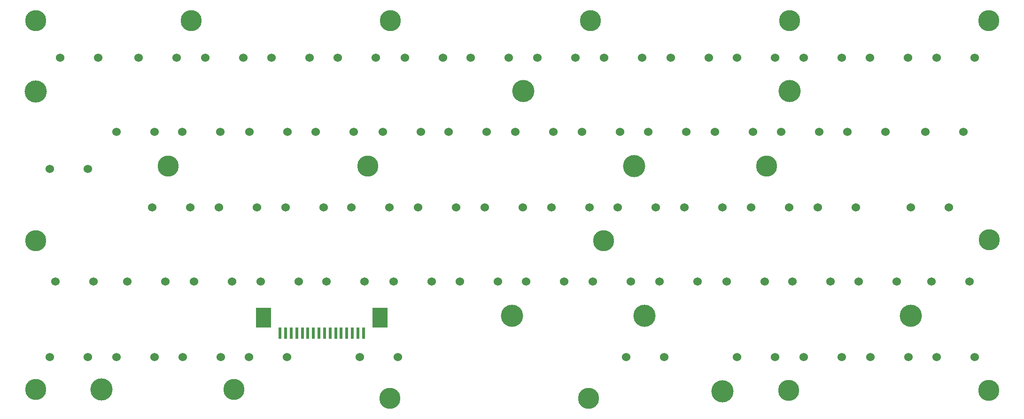
<source format=gts>
G04 #@! TF.GenerationSoftware,KiCad,Pcbnew,5.1.8+dfsg1-1~bpo10+1*
G04 #@! TF.CreationDate,2020-11-24T20:00:48+01:00*
G04 #@! TF.ProjectId,armpofo_keyboard,61726d70-6f66-46f5-9f6b-6579626f6172,rev?*
G04 #@! TF.SameCoordinates,Original*
G04 #@! TF.FileFunction,Soldermask,Top*
G04 #@! TF.FilePolarity,Negative*
%FSLAX46Y46*%
G04 Gerber Fmt 4.6, Leading zero omitted, Abs format (unit mm)*
G04 Created by KiCad (PCBNEW 5.1.8+dfsg1-1~bpo10+1) date 2020-11-24 20:00:48*
%MOMM*%
%LPD*%
G01*
G04 APERTURE LIST*
%ADD10C,1.524000*%
%ADD11C,4.000000*%
%ADD12R,0.610000X2.000000*%
%ADD13R,2.680000X3.600000*%
%ADD14C,3.800000*%
G04 APERTURE END LIST*
D10*
G04 #@! TO.C,SW36*
X104029000Y-37100000D03*
X97171000Y-37100000D03*
G04 #@! TD*
G04 #@! TO.C,SW1*
X15529000Y-10100000D03*
X8671000Y-10100000D03*
G04 #@! TD*
G04 #@! TO.C,SW2*
X29629000Y-10100000D03*
X22771000Y-10100000D03*
G04 #@! TD*
G04 #@! TO.C,SW3*
X41629000Y-10100000D03*
X34771000Y-10100000D03*
G04 #@! TD*
G04 #@! TO.C,SW4*
X53629000Y-10100000D03*
X46771000Y-10100000D03*
G04 #@! TD*
G04 #@! TO.C,SW5*
X65529000Y-10100000D03*
X58671000Y-10100000D03*
G04 #@! TD*
G04 #@! TO.C,SW6*
X77629000Y-10100000D03*
X70771000Y-10100000D03*
G04 #@! TD*
G04 #@! TO.C,SW7*
X89529000Y-10100000D03*
X82671000Y-10100000D03*
G04 #@! TD*
G04 #@! TO.C,SW8*
X101529000Y-10100000D03*
X94671000Y-10100000D03*
G04 #@! TD*
G04 #@! TO.C,SW9*
X113529000Y-10100000D03*
X106671000Y-10100000D03*
G04 #@! TD*
G04 #@! TO.C,SW10*
X125529000Y-10100000D03*
X118671000Y-10100000D03*
G04 #@! TD*
G04 #@! TO.C,SW11*
X137529000Y-10100000D03*
X130671000Y-10100000D03*
G04 #@! TD*
G04 #@! TO.C,SW12*
X149529000Y-10100000D03*
X142671000Y-10100000D03*
G04 #@! TD*
G04 #@! TO.C,SW13*
X161429000Y-10100000D03*
X154571000Y-10100000D03*
G04 #@! TD*
G04 #@! TO.C,SW14*
X173529000Y-10100000D03*
X166671000Y-10100000D03*
G04 #@! TD*
G04 #@! TO.C,SW15*
X25629000Y-23500000D03*
X18771000Y-23500000D03*
G04 #@! TD*
G04 #@! TO.C,SW16*
X37529000Y-23500000D03*
X30671000Y-23500000D03*
G04 #@! TD*
G04 #@! TO.C,SW17*
X49629000Y-23500000D03*
X42771000Y-23500000D03*
G04 #@! TD*
G04 #@! TO.C,SW18*
X61529000Y-23500000D03*
X54671000Y-23500000D03*
G04 #@! TD*
G04 #@! TO.C,SW19*
X73629000Y-23500000D03*
X66771000Y-23500000D03*
G04 #@! TD*
G04 #@! TO.C,SW20*
X85529000Y-23500000D03*
X78671000Y-23500000D03*
G04 #@! TD*
G04 #@! TO.C,SW21*
X97529000Y-23500000D03*
X90671000Y-23500000D03*
G04 #@! TD*
G04 #@! TO.C,SW22*
X109529000Y-23500000D03*
X102671000Y-23500000D03*
G04 #@! TD*
G04 #@! TO.C,SW23*
X121529000Y-23500000D03*
X114671000Y-23500000D03*
G04 #@! TD*
G04 #@! TO.C,SW24*
X133529000Y-23500000D03*
X126671000Y-23500000D03*
G04 #@! TD*
G04 #@! TO.C,SW25*
X145429000Y-23500000D03*
X138571000Y-23500000D03*
G04 #@! TD*
G04 #@! TO.C,SW26*
X157429000Y-23500000D03*
X150571000Y-23500000D03*
G04 #@! TD*
G04 #@! TO.C,SW27*
X171429000Y-23500000D03*
X164571000Y-23500000D03*
G04 #@! TD*
G04 #@! TO.C,SW28*
X13629000Y-30200000D03*
X6771000Y-30200000D03*
G04 #@! TD*
G04 #@! TO.C,SW29*
X168829000Y-37100000D03*
X161971000Y-37100000D03*
G04 #@! TD*
G04 #@! TO.C,SW30*
X32129000Y-37100000D03*
X25271000Y-37100000D03*
G04 #@! TD*
G04 #@! TO.C,SW31*
X44129000Y-37100000D03*
X37271000Y-37100000D03*
G04 #@! TD*
G04 #@! TO.C,SW32*
X56129000Y-37100000D03*
X49271000Y-37100000D03*
G04 #@! TD*
G04 #@! TO.C,SW33*
X68029000Y-37100000D03*
X61171000Y-37100000D03*
G04 #@! TD*
G04 #@! TO.C,SW34*
X80029000Y-37100000D03*
X73171000Y-37100000D03*
G04 #@! TD*
G04 #@! TO.C,SW35*
X92029000Y-37100000D03*
X85171000Y-37100000D03*
G04 #@! TD*
G04 #@! TO.C,SW37*
X116029000Y-37100000D03*
X109171000Y-37100000D03*
G04 #@! TD*
G04 #@! TO.C,SW38*
X128029000Y-37100000D03*
X121171000Y-37100000D03*
G04 #@! TD*
G04 #@! TO.C,SW39*
X140029000Y-37100000D03*
X133171000Y-37100000D03*
G04 #@! TD*
G04 #@! TO.C,SW40*
X152029000Y-37100000D03*
X145171000Y-37100000D03*
G04 #@! TD*
G04 #@! TO.C,SW41*
X14629000Y-50500000D03*
X7771000Y-50500000D03*
G04 #@! TD*
G04 #@! TO.C,SW42*
X27629000Y-50500000D03*
X20771000Y-50500000D03*
G04 #@! TD*
G04 #@! TO.C,SW43*
X39629000Y-50500000D03*
X32771000Y-50500000D03*
G04 #@! TD*
G04 #@! TO.C,SW44*
X51629000Y-50500000D03*
X44771000Y-50500000D03*
G04 #@! TD*
G04 #@! TO.C,SW45*
X63529000Y-50500000D03*
X56671000Y-50500000D03*
G04 #@! TD*
G04 #@! TO.C,SW46*
X75629000Y-50500000D03*
X68771000Y-50500000D03*
G04 #@! TD*
G04 #@! TO.C,SW47*
X87529000Y-50500000D03*
X80671000Y-50500000D03*
G04 #@! TD*
G04 #@! TO.C,SW48*
X99529000Y-50500000D03*
X92671000Y-50500000D03*
G04 #@! TD*
G04 #@! TO.C,SW49*
X111529000Y-50500000D03*
X104671000Y-50500000D03*
G04 #@! TD*
G04 #@! TO.C,SW50*
X123529000Y-50500000D03*
X116671000Y-50500000D03*
G04 #@! TD*
G04 #@! TO.C,SW51*
X135629000Y-50500000D03*
X128771000Y-50500000D03*
G04 #@! TD*
G04 #@! TO.C,SW52*
X147529000Y-50500000D03*
X140671000Y-50500000D03*
G04 #@! TD*
G04 #@! TO.C,SW53*
X159429000Y-50500000D03*
X152571000Y-50500000D03*
G04 #@! TD*
G04 #@! TO.C,SW54*
X172529000Y-50500000D03*
X165671000Y-50500000D03*
G04 #@! TD*
G04 #@! TO.C,SW55*
X13629000Y-64100000D03*
X6771000Y-64100000D03*
G04 #@! TD*
G04 #@! TO.C,SW56*
X25629000Y-64100000D03*
X18771000Y-64100000D03*
G04 #@! TD*
G04 #@! TO.C,SW57*
X37629000Y-64100000D03*
X30771000Y-64100000D03*
G04 #@! TD*
G04 #@! TO.C,SW58*
X49529000Y-64100000D03*
X42671000Y-64100000D03*
G04 #@! TD*
G04 #@! TO.C,SW59*
X69529000Y-64100000D03*
X62671000Y-64100000D03*
G04 #@! TD*
G04 #@! TO.C,SW60*
X117529000Y-64100000D03*
X110671000Y-64100000D03*
G04 #@! TD*
G04 #@! TO.C,SW61*
X137529000Y-64100000D03*
X130671000Y-64100000D03*
G04 #@! TD*
G04 #@! TO.C,SW62*
X149529000Y-64100000D03*
X142671000Y-64100000D03*
G04 #@! TD*
G04 #@! TO.C,SW63*
X161529000Y-64100000D03*
X154671000Y-64100000D03*
G04 #@! TD*
G04 #@! TO.C,SW64*
X173529000Y-64100000D03*
X166671000Y-64100000D03*
G04 #@! TD*
D11*
G04 #@! TO.C,H3*
X4200000Y-16200000D03*
G04 #@! TD*
G04 #@! TO.C,H4*
X92100000Y-16100000D03*
G04 #@! TD*
G04 #@! TO.C,H5*
X140100000Y-16100000D03*
G04 #@! TD*
G04 #@! TO.C,H6*
X112100000Y-29700000D03*
G04 #@! TD*
G04 #@! TO.C,H7*
X90100000Y-56700000D03*
G04 #@! TD*
G04 #@! TO.C,H8*
X114000000Y-56700000D03*
G04 #@! TD*
G04 #@! TO.C,H9*
X162000000Y-56700000D03*
G04 #@! TD*
G04 #@! TO.C,H10*
X16100000Y-70000000D03*
G04 #@! TD*
G04 #@! TO.C,H11*
X128000000Y-70300000D03*
G04 #@! TD*
D12*
G04 #@! TO.C,J1*
X63300000Y-59800000D03*
X62300000Y-59800000D03*
X61300000Y-59800000D03*
X60300000Y-59800000D03*
X59300000Y-59800000D03*
X58300000Y-59800000D03*
X57300000Y-59800000D03*
X56300000Y-59800000D03*
X55300000Y-59800000D03*
X54300000Y-59800000D03*
X53300000Y-59800000D03*
X52300000Y-59800000D03*
X51300000Y-59800000D03*
X50300000Y-59800000D03*
X49300000Y-59800000D03*
X48300000Y-59800000D03*
D13*
X66290000Y-57000000D03*
X45310000Y-57000000D03*
G04 #@! TD*
D14*
G04 #@! TO.C,M1*
X32300000Y-3400000D03*
G04 #@! TD*
G04 #@! TO.C,M2*
X68200000Y-3400000D03*
G04 #@! TD*
G04 #@! TO.C,M3*
X104200000Y-3400000D03*
G04 #@! TD*
G04 #@! TO.C,M4*
X140100000Y-3400000D03*
G04 #@! TD*
G04 #@! TO.C,M5*
X176000000Y-3400000D03*
G04 #@! TD*
G04 #@! TO.C,M6*
X4200000Y-3400000D03*
G04 #@! TD*
G04 #@! TO.C,M7*
X28100000Y-29700000D03*
G04 #@! TD*
G04 #@! TO.C,M8*
X64100000Y-29700000D03*
G04 #@! TD*
G04 #@! TO.C,M9*
X136000000Y-29700000D03*
G04 #@! TD*
G04 #@! TO.C,M10*
X4200000Y-43100000D03*
G04 #@! TD*
G04 #@! TO.C,M11*
X106600000Y-43100000D03*
G04 #@! TD*
G04 #@! TO.C,M12*
X176100000Y-43000000D03*
G04 #@! TD*
G04 #@! TO.C,M13*
X4200000Y-70000000D03*
G04 #@! TD*
G04 #@! TO.C,M14*
X140000000Y-70100000D03*
G04 #@! TD*
G04 #@! TO.C,M15*
X176000000Y-70100000D03*
G04 #@! TD*
G04 #@! TO.C,M16*
X40000000Y-70000000D03*
G04 #@! TD*
G04 #@! TO.C,M17*
X68100000Y-71600000D03*
G04 #@! TD*
G04 #@! TO.C,M18*
X103900000Y-71600000D03*
G04 #@! TD*
M02*

</source>
